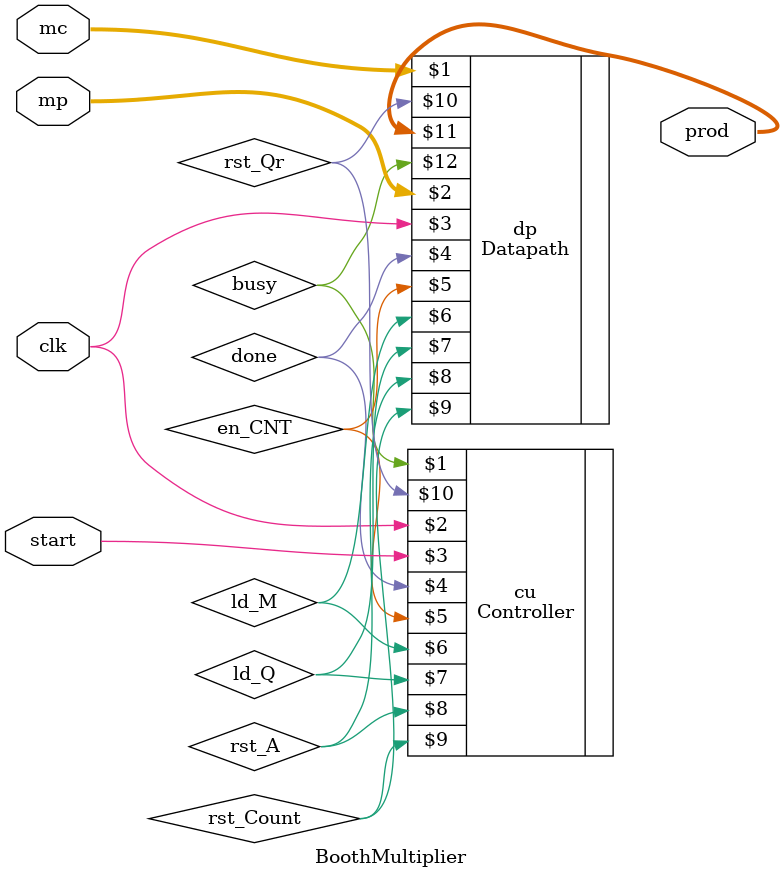
<source format=v>


`timescale 1ns/100ps

module BoothMultiplier (
    input [15:0] mc, mp,
    input clk, start,
    output [31:0] prod);

  // Define all wires, which will be output signals from the Controller and Datapath.
  
  wire done, en_CNT, ld_M, ld_Q, rst_A, rst_Count, rst_Qr;
  wire busy;
  
  // Instantiate the Controller.
  
  Controller cu (busy, clk, start,
    done, en_CNT, ld_M, ld_Q, rst_A, rst_Count, rst_Qr);
    
  // Instantiate the Datapath.
  
  Datapath dp (mc, mp,
    clk, done, en_CNT, ld_M, ld_Q, rst_A, rst_Count, rst_Qr,
    prod, busy);
    
endmodule
</source>
